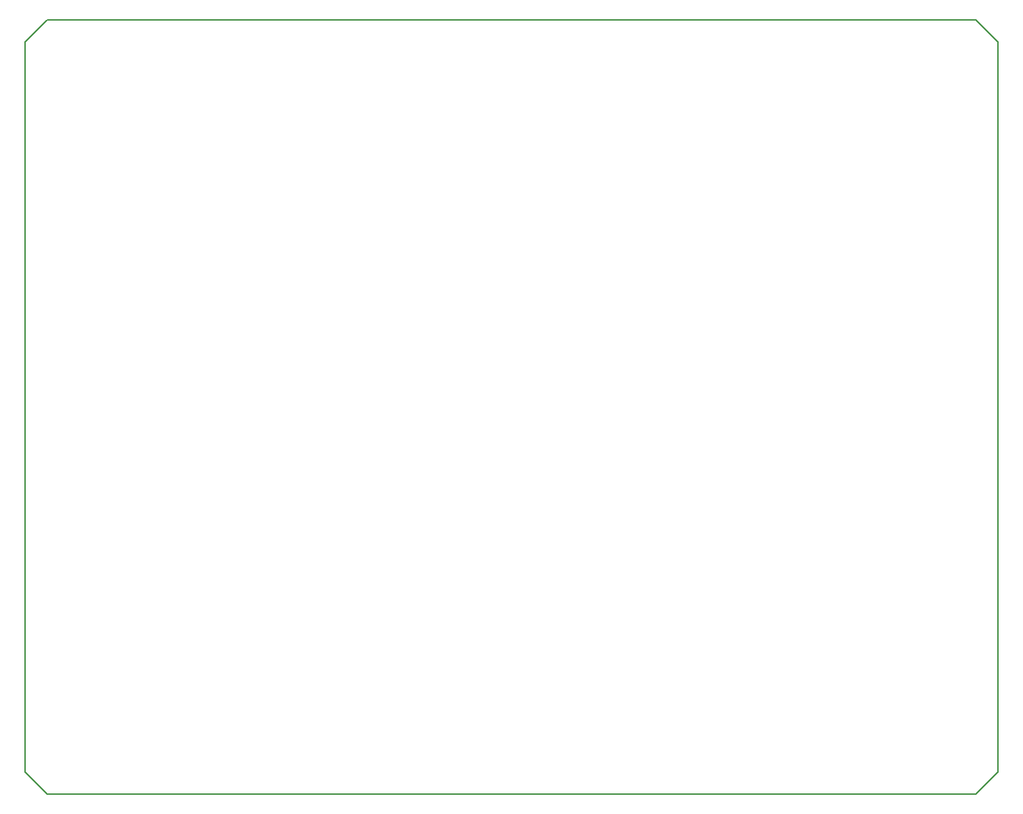
<source format=gbr>
G04 #@! TF.GenerationSoftware,KiCad,Pcbnew,(5.0.0-rc2-dev-444-g2974a2c10)*
G04 #@! TF.CreationDate,2018-04-19T11:06:08+02:00*
G04 #@! TF.ProjectId,ClockDistrTest,436C6F636B4469737472546573742E6B,rev?*
G04 #@! TF.SameCoordinates,Original*
G04 #@! TF.FileFunction,Profile,NP*
%FSLAX46Y46*%
G04 Gerber Fmt 4.6, Leading zero omitted, Abs format (unit mm)*
G04 Created by KiCad (PCBNEW (5.0.0-rc2-dev-444-g2974a2c10)) date 04/19/18 11:06:08*
%MOMM*%
%LPD*%
G01*
G04 APERTURE LIST*
%ADD10C,0.150000*%
G04 APERTURE END LIST*
D10*
X185420000Y-48260000D02*
X187960000Y-50800000D01*
X185420000Y-137160000D02*
X187960000Y-134620000D01*
X76200000Y-134620000D02*
X78740000Y-137160000D01*
X78740000Y-48260000D02*
X76200000Y-50800000D01*
X78740000Y-48260000D02*
X185420000Y-48260000D01*
X76200000Y-134620000D02*
X76200000Y-50800000D01*
X185420000Y-137160000D02*
X78740000Y-137160000D01*
X187960000Y-50800000D02*
X187960000Y-134620000D01*
M02*

</source>
